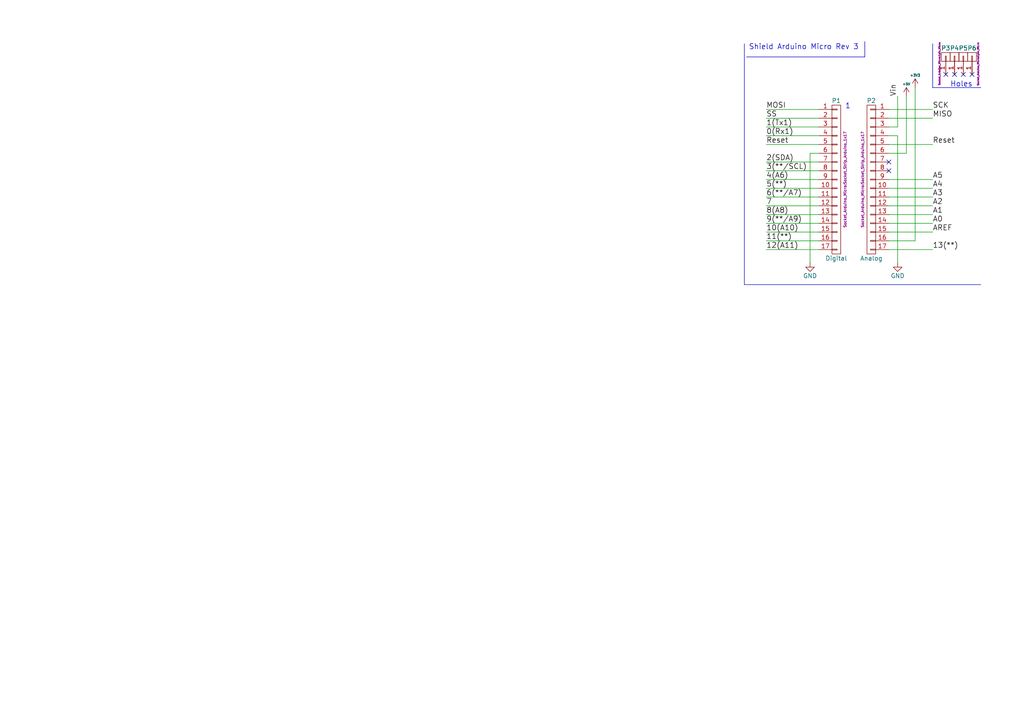
<source format=kicad_sch>
(kicad_sch (version 20230121) (generator eeschema)
  (paper "A4")
  (title_block (date "sam. 04 avril 2015"))
  (lib_symbols
    (symbol "Arduino_Micro-rescue:+3.3V" (power) (pin_names (offset 0))
      (property "Value" "+3.3V" (at 0 3.556 0))
      (symbol "+3.3V_0_1"
        (polyline (pts (xy -0.762 1.27) (xy 0 2.54)))
        (polyline (pts (xy 0 0) (xy 0 2.54)))
        (polyline (pts (xy 0 2.54) (xy 0.762 1.27)))
      )
      (symbol "+3.3V_1_1"
        (pin power_in line (at 0 0 90) (length 0) hide (name "+3V3") (number "1"))
      )
    )
    (symbol "Arduino_Micro-rescue:+5V" (power) (pin_names (offset 0))
      (property "Value" "+5V" (at 0 3.556 0))
      (symbol "+5V_0_1"
        (polyline (pts (xy -0.762 1.27) (xy 0 2.54)))
        (polyline (pts (xy 0 0) (xy 0 2.54)))
        (polyline (pts (xy 0 2.54) (xy 0.762 1.27)))
      )
      (symbol "+5V_1_1"
        (pin power_in line (at 0 0 90) (length 0) hide (name "+5V") (number "1"))
      )
    )
    (symbol "Arduino_Micro-rescue:CONN_01X01" (pin_names (offset 1.016) hide)
      (property "Reference" "P" (at 0 2.54 0))
      (property "Value" "CONN_01X01" (at 2.54 0 90))
      (symbol "CONN_01X01_0_1"
        (rectangle (start -1.27 0.127) (end 0.254 -0.127))
        (rectangle (start -1.27 1.27) (end 1.27 -1.27))
      )
      (symbol "CONN_01X01_1_1"
        (pin passive line (at -5.08 0 0) (length 3.81) (name "P1") (number "1"))
      )
    )
    (symbol "Arduino_Micro-rescue:CONN_01X17" (pin_names (offset 1.016) hide)
      (property "Reference" "P" (at 0 22.86 0))
      (property "Value" "CONN_01X17" (at 2.54 0 90))
      (symbol "CONN_01X17_0_1"
        (rectangle (start -1.27 -20.193) (end 0.254 -20.447))
        (rectangle (start -1.27 -17.653) (end 0.254 -17.907))
        (rectangle (start -1.27 -15.113) (end 0.254 -15.367))
        (rectangle (start -1.27 -12.573) (end 0.254 -12.827))
        (rectangle (start -1.27 -10.033) (end 0.254 -10.287))
        (rectangle (start -1.27 -7.493) (end 0.254 -7.747))
        (rectangle (start -1.27 -4.953) (end 0.254 -5.207))
        (rectangle (start -1.27 -2.413) (end 0.254 -2.667))
        (rectangle (start -1.27 0.127) (end 0.254 -0.127))
        (rectangle (start -1.27 2.667) (end 0.254 2.413))
        (rectangle (start -1.27 5.207) (end 0.254 4.953))
        (rectangle (start -1.27 7.747) (end 0.254 7.493))
        (rectangle (start -1.27 10.287) (end 0.254 10.033))
        (rectangle (start -1.27 12.827) (end 0.254 12.573))
        (rectangle (start -1.27 15.367) (end 0.254 15.113))
        (rectangle (start -1.27 17.907) (end 0.254 17.653))
        (rectangle (start -1.27 20.447) (end 0.254 20.193))
        (rectangle (start -1.27 21.59) (end 1.27 -21.59))
      )
      (symbol "CONN_01X17_1_1"
        (pin passive line (at -5.08 20.32 0) (length 3.81) (name "P1") (number "1"))
        (pin passive line (at -5.08 -2.54 0) (length 3.81) (name "P10") (number "10"))
        (pin passive line (at -5.08 -5.08 0) (length 3.81) (name "P11") (number "11"))
        (pin passive line (at -5.08 -7.62 0) (length 3.81) (name "P12") (number "12"))
        (pin passive line (at -5.08 -10.16 0) (length 3.81) (name "P13") (number "13"))
        (pin passive line (at -5.08 -12.7 0) (length 3.81) (name "P14") (number "14"))
        (pin passive line (at -5.08 -15.24 0) (length 3.81) (name "P15") (number "15"))
        (pin passive line (at -5.08 -17.78 0) (length 3.81) (name "P16") (number "16"))
        (pin passive line (at -5.08 -20.32 0) (length 3.81) (name "P17") (number "17"))
        (pin passive line (at -5.08 17.78 0) (length 3.81) (name "P2") (number "2"))
        (pin passive line (at -5.08 15.24 0) (length 3.81) (name "P3") (number "3"))
        (pin passive line (at -5.08 12.7 0) (length 3.81) (name "P4") (number "4"))
        (pin passive line (at -5.08 10.16 0) (length 3.81) (name "P5") (number "5"))
        (pin passive line (at -5.08 7.62 0) (length 3.81) (name "P6") (number "6"))
        (pin passive line (at -5.08 5.08 0) (length 3.81) (name "P7") (number "7"))
        (pin passive line (at -5.08 2.54 0) (length 3.81) (name "P8") (number "8"))
        (pin passive line (at -5.08 0 0) (length 3.81) (name "P9") (number "9"))
      )
    )
    (symbol "Arduino_Micro-rescue:GND" (power) (pin_names (offset 0))
      (property "Value" "GND" (at 0 -3.81 0))
      (symbol "GND_0_1"
        (polyline (pts (xy 0 0) (xy 0 -1.27) (xy 1.27 -1.27) (xy 0 -2.54) (xy -1.27 -1.27) (xy 0 -1.27)))
      )
      (symbol "GND_1_1"
        (pin power_in line (at 0 0 270) (length 0) hide (name "GND") (number "1"))
      )
    )
  )
  (no_connect (at 279.4 21.59))
  (no_connect (at 281.94 21.59))
  (no_connect (at 257.81 49.53))
  (no_connect (at 257.81 46.99))
  (no_connect (at 274.32 21.59))
  (no_connect (at 276.86 21.59))
  (wire (pts (xy 270.51 57.15) (xy 257.81 57.15)))
  (wire (pts (xy 257.81 44.45) (xy 262.89 44.45)))
  (wire (pts (xy 270.51 64.77) (xy 257.81 64.77)))
  (wire (pts (xy 270.51 41.91) (xy 257.81 41.91)))
  (wire (pts (xy 257.81 34.29) (xy 270.51 34.29)))
  (wire (pts (xy 257.81 36.83) (xy 260.35 36.83)))
  (wire (pts (xy 222.25 59.69) (xy 237.49 59.69)))
  (polyline (pts (xy 250.825 16.51) (xy 250.825 12.065)))
  (polyline (pts (xy 215.9 12.7) (xy 215.9 82.55)))
  (polyline (pts (xy 284.48 25.4) (xy 270.51 25.4)))
  (wire (pts (xy 222.25 69.85) (xy 237.49 69.85)))
  (wire (pts (xy 222.25 52.07) (xy 237.49 52.07)))
  (wire (pts (xy 257.81 54.61) (xy 270.51 54.61)))
  (wire (pts (xy 222.25 46.99) (xy 237.49 46.99)))
  (wire (pts (xy 222.25 31.75) (xy 237.49 31.75)))
  (wire (pts (xy 260.35 39.37) (xy 260.35 76.2)))
  (wire (pts (xy 222.25 36.83) (xy 237.49 36.83)))
  (wire (pts (xy 270.51 72.39) (xy 257.81 72.39)))
  (polyline (pts (xy 216.535 16.51) (xy 250.825 16.51)))
  (wire (pts (xy 270.51 31.75) (xy 257.81 31.75)))
  (wire (pts (xy 260.35 36.83) (xy 260.35 27.94)))
  (wire (pts (xy 265.43 25.4) (xy 265.43 69.85)))
  (wire (pts (xy 222.25 54.61) (xy 237.49 54.61)))
  (wire (pts (xy 222.25 57.15) (xy 237.49 57.15)))
  (wire (pts (xy 222.25 64.77) (xy 237.49 64.77)))
  (polyline (pts (xy 215.9 82.55) (xy 284.48 82.55)))
  (polyline (pts (xy 270.51 25.4) (xy 270.51 12.7)))
  (wire (pts (xy 222.25 67.31) (xy 237.49 67.31)))
  (wire (pts (xy 265.43 69.85) (xy 257.81 69.85)))
  (wire (pts (xy 237.49 44.45) (xy 234.95 44.45)))
  (wire (pts (xy 222.25 34.29) (xy 237.49 34.29)))
  (wire (pts (xy 222.25 62.23) (xy 237.49 62.23)))
  (wire (pts (xy 270.51 59.69) (xy 257.81 59.69)))
  (wire (pts (xy 222.25 49.53) (xy 237.49 49.53)))
  (wire (pts (xy 257.81 39.37) (xy 260.35 39.37)))
  (wire (pts (xy 262.89 44.45) (xy 262.89 27.94)))
  (wire (pts (xy 257.81 62.23) (xy 270.51 62.23)))
  (wire (pts (xy 222.25 39.37) (xy 237.49 39.37)))
  (wire (pts (xy 270.51 52.07) (xy 257.81 52.07)))
  (wire (pts (xy 257.81 67.31) (xy 270.51 67.31)))
  (wire (pts (xy 222.25 72.39) (xy 237.49 72.39)))
  (wire (pts (xy 222.25 41.91) (xy 237.49 41.91)))
  (wire (pts (xy 234.95 44.45) (xy 234.95 76.2)))
  (text "1" (at 245.11 31.75 0) (effects (font (size 1.524 1.524)) (justify left bottom)))
  (text "Shield Arduino Micro Rev 3" (at 217.17 14.605 0) (effects (font (size 1.524 1.524)) (justify left bottom)))
  (text "Holes" (at 275.59 25.4 0) (effects (font (size 1.524 1.524)) (justify left bottom)))
  (label "Vin" (at 260.35 27.94 90) (effects (font (size 1.524 1.524))))
  (label "A2" (at 270.51 59.69 0) (effects (font (size 1.524 1.524))))
  (label "Reset" (at 270.51 41.91 0) (effects (font (size 1.524 1.524))))
  (label "A1" (at 270.51 62.23 0) (effects (font (size 1.524 1.524))))
  (label "0(Rx1)" (at 222.25 39.37 0) (effects (font (size 1.524 1.524))))
  (label "13(**)" (at 270.51 72.39 0) (effects (font (size 1.524 1.524))))
  (label "9(**/A9)" (at 222.25 64.77 0) (effects (font (size 1.524 1.524))))
  (label "7" (at 222.25 59.69 0) (effects (font (size 1.524 1.524))))
  (label "11(**)" (at 222.25 69.85 0) (effects (font (size 1.524 1.524))))
  (label "10(A10)" (at 222.25 67.31 0) (effects (font (size 1.524 1.524))))
  (label "3(**/SCL)" (at 222.25 49.53 0) (effects (font (size 1.524 1.524))))
  (label "MISO" (at 270.51 34.29 0) (effects (font (size 1.524 1.524))))
  (label "Reset" (at 222.25 41.91 0) (effects (font (size 1.524 1.524))))
  (label "4(A6)" (at 222.25 52.07 0) (effects (font (size 1.524 1.524))))
  (label "SCK" (at 270.51 31.75 0) (effects (font (size 1.524 1.524))))
  (label "1(Tx1)" (at 222.25 36.83 0) (effects (font (size 1.524 1.524))))
  (label "6(**/A7)" (at 222.25 57.15 0) (effects (font (size 1.524 1.524))))
  (label "2(SDA)" (at 222.25 46.99 0) (effects (font (size 1.524 1.524))))
  (label "5(**)" (at 222.25 54.61 0) (effects (font (size 1.524 1.524))))
  (label "12(A11)" (at 222.25 72.39 0) (effects (font (size 1.524 1.524))))
  (label "SS" (at 222.25 34.29 0) (effects (font (size 1.524 1.524))))
  (label "A0" (at 270.51 64.77 0) (effects (font (size 1.524 1.524))))
  (label "A3" (at 270.51 57.15 0) (effects (font (size 1.524 1.524))))
  (label "8(A8)" (at 222.25 62.23 0) (effects (font (size 1.524 1.524))))
  (label "A5" (at 270.51 52.07 0) (effects (font (size 1.524 1.524))))
  (label "A4" (at 270.51 54.61 0) (effects (font (size 1.524 1.524))))
  (label "MOSI" (at 222.25 31.75 0) (effects (font (size 1.524 1.524))))
  (label "AREF" (at 270.51 67.31 0) (effects (font (size 1.524 1.524))))
  (symbol (lib_id "Arduino_Micro-rescue:CONN_01X17") (at 242.57 52.07 0) (unit 1)
    (property "Reference" "P1" (at 242.57 29.21 0))
    (property "Value" "Digital" (at 242.57 74.93 0))
    (property "Footprint" "Socket_Arduino_Micro:Socket_Strip_Arduino_1x17" (at 245.11 52.07 90) (effects (font (size 0.762 0.762))))
  )
  (symbol (lib_id "Arduino_Micro-rescue:CONN_01X17") (at 252.73 52.07 0) (mirror y) (unit 1)
    (property "Reference" "P2" (at 252.73 29.21 0))
    (property "Value" "Analog" (at 252.73 74.93 0))
    (property "Footprint" "Socket_Arduino_Micro:Socket_Strip_Arduino_1x17" (at 250.19 52.07 90) (effects (font (size 0.762 0.762))))
  )
  (symbol (lib_id "Arduino_Micro-rescue:GND") (at 234.95 76.2 0) (unit 1)
    (property "Reference" "#PWR01" (effects hide))
    (property "Value" "GND" (at 234.95 80.01 0))
  )
  (symbol (lib_id "Arduino_Micro-rescue:+5V") (at 262.89 27.94 0) (unit 1)
    (property "Reference" "#PWR02" (effects hide))
    (property "Value" "+5V" (at 262.89 24.384 0) (effects (font (size 0.7112 0.7112))))
  )
  (symbol (lib_id "Arduino_Micro-rescue:GND") (at 260.35 76.2 0) (unit 1)
    (property "Reference" "#PWR03" (effects hide))
    (property "Value" "GND" (at 260.35 80.01 0))
  )
  (symbol (lib_id "Arduino_Micro-rescue:+3.3V") (at 265.43 25.4 0) (unit 1)
    (property "Reference" "#PWR04" (effects hide))
    (property "Value" "+3.3V" (at 265.43 21.844 0) (effects (font (size 0.7112 0.7112))))
  )
  (symbol (lib_id "Arduino_Micro-rescue:CONN_01X01") (at 274.32 16.51 90) (unit 1)
    (property "Reference" "P3" (at 274.32 13.97 90))
    (property "Value" "CONN_01X01" (effects hide))
    (property "Footprint" "Socket_Arduino_Micro:1pin_Micro" (at 272.4912 18.4912 0) (effects (font (size 0.508 0.508))))
  )
  (symbol (lib_id "Arduino_Micro-rescue:CONN_01X01") (at 276.86 16.51 90) (unit 1)
    (property "Reference" "P4" (at 276.86 13.97 90))
    (property "Value" "CONN_01X01" (effects hide))
    (property "Footprint" "Socket_Arduino_Micro:1pin_Micro" (effects hide))
  )
  (symbol (lib_id "Arduino_Micro-rescue:CONN_01X01") (at 279.4 16.51 90) (unit 1)
    (property "Reference" "P5" (at 279.4 13.97 90))
    (property "Value" "CONN_01X01" (effects hide))
    (property "Footprint" "Socket_Arduino_Micro:1pin_Micro" (effects hide))
  )
  (symbol (lib_id "Arduino_Micro-rescue:CONN_01X01") (at 281.94 16.51 90) (unit 1)
    (property "Reference" "P6" (at 281.94 13.97 90))
    (property "Value" "CONN_01X01" (effects hide))
    (property "Footprint" "Socket_Arduino_Micro:1pin_Micro" (at 283.6926 18.5674 0) (effects (font (size 0.508 0.508))))
  )
)
</source>
